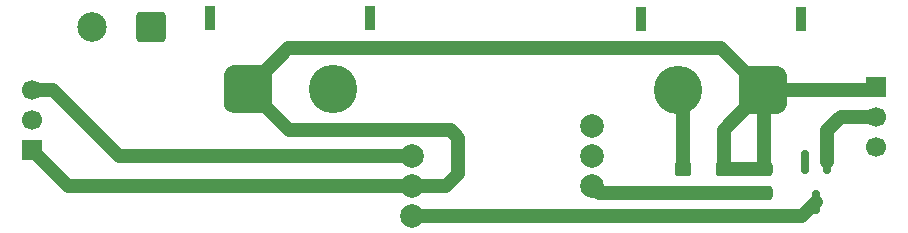
<source format=gbr>
%TF.GenerationSoftware,KiCad,Pcbnew,9.0.5*%
%TF.CreationDate,2025-11-20T18:01:40-05:00*%
%TF.ProjectId,stencilFix,7374656e-6369-46c4-9669-782e6b696361,rev?*%
%TF.SameCoordinates,Original*%
%TF.FileFunction,Copper,L1,Top*%
%TF.FilePolarity,Positive*%
%FSLAX46Y46*%
G04 Gerber Fmt 4.6, Leading zero omitted, Abs format (unit mm)*
G04 Created by KiCad (PCBNEW 9.0.5) date 2025-11-20 18:01:40*
%MOMM*%
%LPD*%
G01*
G04 APERTURE LIST*
G04 Aperture macros list*
%AMRoundRect*
0 Rectangle with rounded corners*
0 $1 Rounding radius*
0 $2 $3 $4 $5 $6 $7 $8 $9 X,Y pos of 4 corners*
0 Add a 4 corners polygon primitive as box body*
4,1,4,$2,$3,$4,$5,$6,$7,$8,$9,$2,$3,0*
0 Add four circle primitives for the rounded corners*
1,1,$1+$1,$2,$3*
1,1,$1+$1,$4,$5*
1,1,$1+$1,$6,$7*
1,1,$1+$1,$8,$9*
0 Add four rect primitives between the rounded corners*
20,1,$1+$1,$2,$3,$4,$5,0*
20,1,$1+$1,$4,$5,$6,$7,0*
20,1,$1+$1,$6,$7,$8,$9,0*
20,1,$1+$1,$8,$9,$2,$3,0*%
G04 Aperture macros list end*
%TA.AperFunction,ComponentPad*%
%ADD10RoundRect,0.250000X1.000000X1.000000X-1.000000X1.000000X-1.000000X-1.000000X1.000000X-1.000000X0*%
%TD*%
%TA.AperFunction,ComponentPad*%
%ADD11C,2.500000*%
%TD*%
%TA.AperFunction,SMDPad,CuDef*%
%ADD12RoundRect,0.250000X-0.450000X0.350000X-0.450000X-0.350000X0.450000X-0.350000X0.450000X0.350000X0*%
%TD*%
%TA.AperFunction,SMDPad,CuDef*%
%ADD13RoundRect,0.162500X-0.162500X0.837500X-0.162500X-0.837500X0.162500X-0.837500X0.162500X0.837500X0*%
%TD*%
%TA.AperFunction,ComponentPad*%
%ADD14C,2.000000*%
%TD*%
%TA.AperFunction,SMDPad,CuDef*%
%ADD15RoundRect,0.250000X0.475000X-0.337500X0.475000X0.337500X-0.475000X0.337500X-0.475000X-0.337500X0*%
%TD*%
%TA.AperFunction,ComponentPad*%
%ADD16R,1.700000X1.700000*%
%TD*%
%TA.AperFunction,ComponentPad*%
%ADD17C,1.700000*%
%TD*%
%TA.AperFunction,ComponentPad*%
%ADD18R,0.900000X2.000000*%
%TD*%
%TA.AperFunction,ComponentPad*%
%ADD19RoundRect,1.025000X-1.025000X-1.025000X1.025000X-1.025000X1.025000X1.025000X-1.025000X1.025000X0*%
%TD*%
%TA.AperFunction,ComponentPad*%
%ADD20C,4.100000*%
%TD*%
%TA.AperFunction,SMDPad,CuDef*%
%ADD21RoundRect,0.250000X0.450000X-0.350000X0.450000X0.350000X-0.450000X0.350000X-0.450000X-0.350000X0*%
%TD*%
%TA.AperFunction,Conductor*%
%ADD22C,1.200000*%
%TD*%
%TA.AperFunction,Conductor*%
%ADD23C,0.200000*%
%TD*%
%TA.AperFunction,Conductor*%
%ADD24C,0.600000*%
%TD*%
G04 APERTURE END LIST*
D10*
%TO.P,J4,1,Pin_1*%
%TO.N,+BATT*%
X103378000Y-70866000D03*
D11*
%TO.P,J4,2,Pin_2*%
%TO.N,Net-(J3-Pin_2)*%
X98378000Y-70866000D03*
%TD*%
D12*
%TO.P,R1,1*%
%TO.N,+BATT*%
X148463000Y-82947000D03*
%TO.P,R1,2*%
%TO.N,BAT_LVL*%
X148463000Y-84947000D03*
%TD*%
D13*
%TO.P,D1,1,A*%
%TO.N,Net-(D1-A)*%
X160650000Y-82290000D03*
%TO.P,D1,2,NC*%
%TO.N,unconnected-(D1-NC-Pad2)*%
X158750000Y-82290000D03*
%TO.P,D1,3,K*%
%TO.N,+5V*%
X159700000Y-85710000D03*
%TD*%
D14*
%TO.P,U1,2,A1*%
%TO.N,BAT_LVL*%
X140716000Y-84328000D03*
%TO.P,U1,3,A2*%
%TO.N,POT*%
X140716000Y-81788000D03*
%TO.P,U1,4,A3*%
%TO.N,ESC_IN*%
X140716000Y-79248000D03*
%TO.P,U1,12,3.3V*%
%TO.N,+3.3V*%
X125476000Y-81788000D03*
%TO.P,U1,13,GND*%
%TO.N,GND*%
X125476000Y-84328000D03*
%TO.P,U1,14,5V*%
%TO.N,+5V*%
X125476000Y-86868000D03*
%TD*%
D15*
%TO.P,C1,1*%
%TO.N,BAT_LVL*%
X155321000Y-84984500D03*
%TO.P,C1,2*%
%TO.N,GND*%
X155321000Y-82909500D03*
%TD*%
D16*
%TO.P,J2,1,Pin_1*%
%TO.N,GND*%
X164779000Y-75946000D03*
D17*
%TO.P,J2,2,Pin_2*%
%TO.N,Net-(D1-A)*%
X164779000Y-78486000D03*
%TO.P,J2,3,Pin_3*%
%TO.N,ESC_IN*%
X164779000Y-81026000D03*
%TD*%
D18*
%TO.P,J5,*%
%TO.N,*%
X144888000Y-70246000D03*
X158388000Y-70246000D03*
D19*
%TO.P,J5,1,Pin_1*%
%TO.N,GND*%
X155238000Y-76246000D03*
D20*
%TO.P,J5,2,Pin_2*%
%TO.N,+BATT*%
X148038000Y-76246000D03*
%TD*%
D16*
%TO.P,J1,1,Pin_1*%
%TO.N,GND*%
X93285000Y-81280000D03*
D17*
%TO.P,J1,2,Pin_2*%
%TO.N,POT*%
X93285000Y-78740000D03*
%TO.P,J1,3,Pin_3*%
%TO.N,+3.3V*%
X93285000Y-76200000D03*
%TD*%
D21*
%TO.P,R2,1*%
%TO.N,BAT_LVL*%
X151892000Y-84947000D03*
%TO.P,R2,2*%
%TO.N,GND*%
X151892000Y-82947000D03*
%TD*%
D18*
%TO.P,J3,*%
%TO.N,*%
X108420000Y-70104000D03*
X121920000Y-70104000D03*
D19*
%TO.P,J3,1,Pin_1*%
%TO.N,GND*%
X111570000Y-76104000D03*
D20*
%TO.P,J3,2,Pin_2*%
%TO.N,Net-(J3-Pin_2)*%
X118770000Y-76104000D03*
%TD*%
D22*
%TO.N,+3.3V*%
X125476000Y-81788000D02*
X100711000Y-81788000D01*
X100711000Y-81788000D02*
X95123000Y-76200000D01*
X95123000Y-76200000D02*
X93285000Y-76200000D01*
%TO.N,GND*%
X128778000Y-79629000D02*
X115095000Y-79629000D01*
X155321000Y-82909500D02*
X151929500Y-82909500D01*
X96333000Y-84328000D02*
X125476000Y-84328000D01*
X93285000Y-81280000D02*
X96333000Y-84328000D01*
X129413000Y-80264000D02*
X128778000Y-79629000D01*
X151892000Y-82947000D02*
X151892000Y-79592000D01*
D23*
X111474000Y-76200000D02*
X111570000Y-76104000D01*
D24*
X151929500Y-82909500D02*
X151892000Y-82947000D01*
D22*
X164779000Y-75946000D02*
X164479000Y-76246000D01*
X110204000Y-77470000D02*
X111474000Y-76200000D01*
X155238000Y-76246000D02*
X151636000Y-72644000D01*
X164479000Y-76246000D02*
X155238000Y-76246000D01*
X115030000Y-72644000D02*
X111570000Y-76104000D01*
X155321000Y-82909500D02*
X155321000Y-76329000D01*
X128397000Y-84328000D02*
X129413000Y-83312000D01*
X115030000Y-72644000D02*
X151636000Y-72644000D01*
X115095000Y-79629000D02*
X111570000Y-76104000D01*
X151892000Y-79592000D02*
X155238000Y-76246000D01*
D24*
X155321000Y-76329000D02*
X155238000Y-76246000D01*
D22*
X125476000Y-84328000D02*
X128397000Y-84328000D01*
X129413000Y-83312000D02*
X129413000Y-80264000D01*
%TO.N,+5V*%
X158542000Y-86868000D02*
X159700000Y-85710000D01*
X125476000Y-86868000D02*
X158542000Y-86868000D01*
%TO.N,+BATT*%
X148463000Y-82947000D02*
X148463000Y-76671000D01*
D24*
X148463000Y-76671000D02*
X148038000Y-76246000D01*
D22*
X148038000Y-76246000D02*
X147784000Y-75992000D01*
%TO.N,BAT_LVL*%
X141335000Y-84947000D02*
X140716000Y-84328000D01*
D24*
X151929500Y-84984500D02*
X151892000Y-84947000D01*
D22*
X148463000Y-84947000D02*
X141335000Y-84947000D01*
X155321000Y-84984500D02*
X151929500Y-84984500D01*
X151892000Y-84947000D02*
X148463000Y-84947000D01*
D23*
%TO.N,Net-(J3-Pin_2)*%
X118770000Y-77622000D02*
X118770000Y-76104000D01*
X118882000Y-75992000D02*
X118770000Y-76104000D01*
X119120000Y-76454000D02*
X118770000Y-76104000D01*
D24*
%TO.N,Net-(D1-A)*%
X164779000Y-78486000D02*
X164454000Y-78486000D01*
D22*
X160650000Y-79650000D02*
X161814000Y-78486000D01*
X161814000Y-78486000D02*
X164779000Y-78486000D01*
X160650000Y-82290000D02*
X160650000Y-79650000D01*
%TD*%
M02*

</source>
